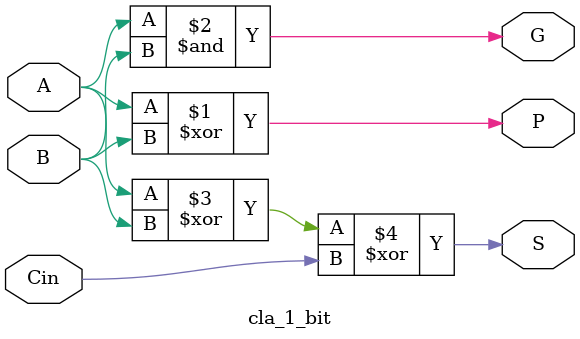
<source format=v>
module cla_1_bit(
			A,
			B,
            Cin,
			S,
            P,
            G);

    input A, B, Cin;
    output S, P, G;

    assign P = A ^ B;
    assign G = A & B;
    assign S = A ^ B ^ Cin;

endmodule

</source>
